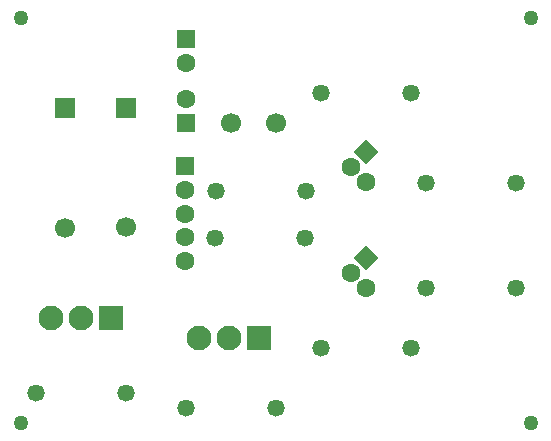
<source format=gbr>
G04 DipTrace 3.2.0.1*
G04 BottomMask.gbr*
%MOIN*%
G04 #@! TF.FileFunction,Soldermask,Bot*
G04 #@! TF.Part,Single*
%AMOUTLINE1*
4,1,4,
-0.041001,0.0,
0.0,0.041001,
0.041001,0.0,
0.0,-0.041001,
-0.041001,0.0,
0*%
%ADD18C,0.05*%
%ADD32C,0.066929*%
%ADD34C,0.082677*%
%ADD35C,0.066929*%
%ADD36R,0.082677X0.082677*%
%ADD37R,0.066929X0.066929*%
%ADD38C,0.062992*%
%ADD42C,0.057874*%
%ADD44C,0.057874*%
%ADD46C,0.062992*%
%ADD48R,0.062992X0.062992*%
%ADD53OUTLINE1*%
%FSLAX26Y26*%
G04*
G70*
G90*
G75*
G01*
G04 BotMask*
%LPD*%
D48*
X1043701Y1493701D3*
D46*
Y1572441D3*
D48*
Y1772441D3*
D46*
Y1693701D3*
D44*
X1141585Y1108795D3*
D42*
X1441585D3*
D44*
X2143701Y943701D3*
D42*
X1843701D3*
D44*
X1143610Y1268656D3*
D42*
X1443610D3*
D44*
X2143701Y1293701D3*
D42*
X1843701D3*
D44*
X1343701Y543701D3*
D42*
X1043701D3*
D44*
X843701Y593701D3*
D42*
X543701D3*
D37*
X843701Y1543701D3*
D35*
Y1146063D3*
D37*
X642520Y1542520D3*
D35*
Y1144882D3*
D44*
X1493701Y743701D3*
D42*
X1793701D3*
D44*
X1493701Y1593701D3*
D42*
X1793701D3*
D38*
X1643701Y943701D3*
X1593701Y993701D3*
D53*
X1643701Y1043701D3*
D38*
X1645517Y1297495D3*
X1595517Y1347495D3*
D53*
X1645517Y1397495D3*
D48*
X1042818Y1349091D3*
D46*
Y1270350D3*
Y1191610D3*
Y1112870D3*
Y1034130D3*
D18*
X2193701Y1843701D3*
Y493701D3*
X493701Y1843701D3*
Y493701D3*
D36*
X1288642Y778522D3*
D34*
X1188642D3*
X1088642D3*
D36*
X793701Y843701D3*
D34*
X693701D3*
X593701D3*
D32*
X1193701Y1493701D3*
X1343701D3*
M02*

</source>
